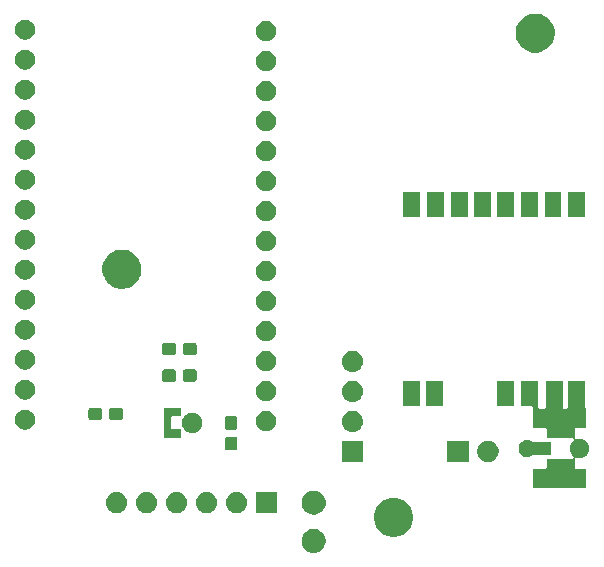
<source format=gbr>
G04 #@! TF.GenerationSoftware,KiCad,Pcbnew,(5.0.2)-1*
G04 #@! TF.CreationDate,2019-05-14T17:11:37+02:00*
G04 #@! TF.ProjectId,Mini-Lora,4d696e69-2d4c-46f7-9261-2e6b69636164,rev?*
G04 #@! TF.SameCoordinates,Original*
G04 #@! TF.FileFunction,Soldermask,Top*
G04 #@! TF.FilePolarity,Negative*
%FSLAX46Y46*%
G04 Gerber Fmt 4.6, Leading zero omitted, Abs format (unit mm)*
G04 Created by KiCad (PCBNEW (5.0.2)-1) date 14/05/2019 17:11:37*
%MOMM*%
%LPD*%
G01*
G04 APERTURE LIST*
%ADD10C,0.100000*%
G04 APERTURE END LIST*
D10*
G36*
X160230926Y-114760029D02*
X160296356Y-114773044D01*
X160481256Y-114849632D01*
X160647665Y-114960823D01*
X160789177Y-115102335D01*
X160789179Y-115102338D01*
X160900368Y-115268744D01*
X160928870Y-115337553D01*
X160976956Y-115453645D01*
X161016000Y-115649931D01*
X161016000Y-115850069D01*
X160976956Y-116046355D01*
X160900368Y-116231256D01*
X160789177Y-116397665D01*
X160647665Y-116539177D01*
X160647662Y-116539179D01*
X160481256Y-116650368D01*
X160296356Y-116726956D01*
X160230926Y-116739971D01*
X160100069Y-116766000D01*
X159899931Y-116766000D01*
X159769074Y-116739971D01*
X159703644Y-116726956D01*
X159518744Y-116650368D01*
X159352338Y-116539179D01*
X159352335Y-116539177D01*
X159210823Y-116397665D01*
X159099632Y-116231256D01*
X159023044Y-116046355D01*
X158984000Y-115850069D01*
X158984000Y-115649931D01*
X159023044Y-115453645D01*
X159071131Y-115337553D01*
X159099632Y-115268744D01*
X159210821Y-115102338D01*
X159210823Y-115102335D01*
X159352335Y-114960823D01*
X159518744Y-114849632D01*
X159703644Y-114773044D01*
X159769074Y-114760029D01*
X159899931Y-114734000D01*
X160100069Y-114734000D01*
X160230926Y-114760029D01*
X160230926Y-114760029D01*
G37*
G36*
X167125256Y-112141298D02*
X167231579Y-112162447D01*
X167532042Y-112286903D01*
X167586623Y-112323373D01*
X167802454Y-112467587D01*
X168032413Y-112697546D01*
X168032415Y-112697549D01*
X168213097Y-112967958D01*
X168337553Y-113268421D01*
X168341682Y-113289179D01*
X168401000Y-113587389D01*
X168401000Y-113912611D01*
X168337553Y-114231578D01*
X168213098Y-114532040D01*
X168032413Y-114802454D01*
X167802454Y-115032413D01*
X167802451Y-115032415D01*
X167532042Y-115213097D01*
X167231579Y-115337553D01*
X167125256Y-115358702D01*
X166912611Y-115401000D01*
X166587389Y-115401000D01*
X166374744Y-115358702D01*
X166268421Y-115337553D01*
X165967958Y-115213097D01*
X165697549Y-115032415D01*
X165697546Y-115032413D01*
X165467587Y-114802454D01*
X165286902Y-114532040D01*
X165162447Y-114231578D01*
X165099000Y-113912611D01*
X165099000Y-113587389D01*
X165158318Y-113289179D01*
X165162447Y-113268421D01*
X165286903Y-112967958D01*
X165467585Y-112697549D01*
X165467587Y-112697546D01*
X165697546Y-112467587D01*
X165913377Y-112323373D01*
X165967958Y-112286903D01*
X166268421Y-112162447D01*
X166374744Y-112141298D01*
X166587389Y-112099000D01*
X166912611Y-112099000D01*
X167125256Y-112141298D01*
X167125256Y-112141298D01*
G37*
G36*
X160230926Y-111510029D02*
X160296356Y-111523044D01*
X160479730Y-111599000D01*
X160481256Y-111599632D01*
X160647665Y-111710823D01*
X160789177Y-111852335D01*
X160789179Y-111852338D01*
X160900368Y-112018744D01*
X160959892Y-112162447D01*
X160976956Y-112203645D01*
X161016000Y-112399931D01*
X161016000Y-112600069D01*
X160996610Y-112697546D01*
X160976956Y-112796356D01*
X160956199Y-112846467D01*
X160900368Y-112981256D01*
X160789177Y-113147665D01*
X160647665Y-113289177D01*
X160647662Y-113289179D01*
X160481256Y-113400368D01*
X160296356Y-113476956D01*
X160230926Y-113489971D01*
X160100069Y-113516000D01*
X159899931Y-113516000D01*
X159769074Y-113489971D01*
X159703644Y-113476956D01*
X159518744Y-113400368D01*
X159352338Y-113289179D01*
X159352335Y-113289177D01*
X159210823Y-113147665D01*
X159099632Y-112981256D01*
X159043801Y-112846467D01*
X159023044Y-112796356D01*
X159003390Y-112697546D01*
X158984000Y-112600069D01*
X158984000Y-112399931D01*
X159023044Y-112203645D01*
X159040109Y-112162447D01*
X159099632Y-112018744D01*
X159210821Y-111852338D01*
X159210823Y-111852335D01*
X159352335Y-111710823D01*
X159518744Y-111599632D01*
X159520270Y-111599000D01*
X159703644Y-111523044D01*
X159769074Y-111510029D01*
X159899931Y-111484000D01*
X160100069Y-111484000D01*
X160230926Y-111510029D01*
X160230926Y-111510029D01*
G37*
G36*
X148490443Y-111605519D02*
X148556627Y-111612037D01*
X148669853Y-111646384D01*
X148726467Y-111663557D01*
X148814890Y-111710821D01*
X148882991Y-111747222D01*
X148918729Y-111776552D01*
X149020186Y-111859814D01*
X149103448Y-111961271D01*
X149132778Y-111997009D01*
X149132779Y-111997011D01*
X149216443Y-112153533D01*
X149216443Y-112153534D01*
X149267963Y-112323373D01*
X149285359Y-112500000D01*
X149267963Y-112676627D01*
X149261617Y-112697546D01*
X149216443Y-112846467D01*
X149151504Y-112967958D01*
X149132778Y-113002991D01*
X149103448Y-113038729D01*
X149020186Y-113140186D01*
X148918729Y-113223448D01*
X148882991Y-113252778D01*
X148882989Y-113252779D01*
X148726467Y-113336443D01*
X148669853Y-113353616D01*
X148556627Y-113387963D01*
X148490442Y-113394482D01*
X148424260Y-113401000D01*
X148335740Y-113401000D01*
X148269558Y-113394482D01*
X148203373Y-113387963D01*
X148090147Y-113353616D01*
X148033533Y-113336443D01*
X147877011Y-113252779D01*
X147877009Y-113252778D01*
X147841271Y-113223448D01*
X147739814Y-113140186D01*
X147656552Y-113038729D01*
X147627222Y-113002991D01*
X147608496Y-112967958D01*
X147543557Y-112846467D01*
X147498383Y-112697546D01*
X147492037Y-112676627D01*
X147474641Y-112500000D01*
X147492037Y-112323373D01*
X147543557Y-112153534D01*
X147543557Y-112153533D01*
X147627221Y-111997011D01*
X147627222Y-111997009D01*
X147656552Y-111961271D01*
X147739814Y-111859814D01*
X147841271Y-111776552D01*
X147877009Y-111747222D01*
X147945110Y-111710821D01*
X148033533Y-111663557D01*
X148090147Y-111646384D01*
X148203373Y-111612037D01*
X148269557Y-111605519D01*
X148335740Y-111599000D01*
X148424260Y-111599000D01*
X148490443Y-111605519D01*
X148490443Y-111605519D01*
G37*
G36*
X156901000Y-113401000D02*
X155099000Y-113401000D01*
X155099000Y-111599000D01*
X156901000Y-111599000D01*
X156901000Y-113401000D01*
X156901000Y-113401000D01*
G37*
G36*
X153570443Y-111605519D02*
X153636627Y-111612037D01*
X153749853Y-111646384D01*
X153806467Y-111663557D01*
X153894890Y-111710821D01*
X153962991Y-111747222D01*
X153998729Y-111776552D01*
X154100186Y-111859814D01*
X154183448Y-111961271D01*
X154212778Y-111997009D01*
X154212779Y-111997011D01*
X154296443Y-112153533D01*
X154296443Y-112153534D01*
X154347963Y-112323373D01*
X154365359Y-112500000D01*
X154347963Y-112676627D01*
X154341617Y-112697546D01*
X154296443Y-112846467D01*
X154231504Y-112967958D01*
X154212778Y-113002991D01*
X154183448Y-113038729D01*
X154100186Y-113140186D01*
X153998729Y-113223448D01*
X153962991Y-113252778D01*
X153962989Y-113252779D01*
X153806467Y-113336443D01*
X153749853Y-113353616D01*
X153636627Y-113387963D01*
X153570442Y-113394482D01*
X153504260Y-113401000D01*
X153415740Y-113401000D01*
X153349558Y-113394482D01*
X153283373Y-113387963D01*
X153170147Y-113353616D01*
X153113533Y-113336443D01*
X152957011Y-113252779D01*
X152957009Y-113252778D01*
X152921271Y-113223448D01*
X152819814Y-113140186D01*
X152736552Y-113038729D01*
X152707222Y-113002991D01*
X152688496Y-112967958D01*
X152623557Y-112846467D01*
X152578383Y-112697546D01*
X152572037Y-112676627D01*
X152554641Y-112500000D01*
X152572037Y-112323373D01*
X152623557Y-112153534D01*
X152623557Y-112153533D01*
X152707221Y-111997011D01*
X152707222Y-111997009D01*
X152736552Y-111961271D01*
X152819814Y-111859814D01*
X152921271Y-111776552D01*
X152957009Y-111747222D01*
X153025110Y-111710821D01*
X153113533Y-111663557D01*
X153170147Y-111646384D01*
X153283373Y-111612037D01*
X153349557Y-111605519D01*
X153415740Y-111599000D01*
X153504260Y-111599000D01*
X153570443Y-111605519D01*
X153570443Y-111605519D01*
G37*
G36*
X151030443Y-111605519D02*
X151096627Y-111612037D01*
X151209853Y-111646384D01*
X151266467Y-111663557D01*
X151354890Y-111710821D01*
X151422991Y-111747222D01*
X151458729Y-111776552D01*
X151560186Y-111859814D01*
X151643448Y-111961271D01*
X151672778Y-111997009D01*
X151672779Y-111997011D01*
X151756443Y-112153533D01*
X151756443Y-112153534D01*
X151807963Y-112323373D01*
X151825359Y-112500000D01*
X151807963Y-112676627D01*
X151801617Y-112697546D01*
X151756443Y-112846467D01*
X151691504Y-112967958D01*
X151672778Y-113002991D01*
X151643448Y-113038729D01*
X151560186Y-113140186D01*
X151458729Y-113223448D01*
X151422991Y-113252778D01*
X151422989Y-113252779D01*
X151266467Y-113336443D01*
X151209853Y-113353616D01*
X151096627Y-113387963D01*
X151030442Y-113394482D01*
X150964260Y-113401000D01*
X150875740Y-113401000D01*
X150809558Y-113394482D01*
X150743373Y-113387963D01*
X150630147Y-113353616D01*
X150573533Y-113336443D01*
X150417011Y-113252779D01*
X150417009Y-113252778D01*
X150381271Y-113223448D01*
X150279814Y-113140186D01*
X150196552Y-113038729D01*
X150167222Y-113002991D01*
X150148496Y-112967958D01*
X150083557Y-112846467D01*
X150038383Y-112697546D01*
X150032037Y-112676627D01*
X150014641Y-112500000D01*
X150032037Y-112323373D01*
X150083557Y-112153534D01*
X150083557Y-112153533D01*
X150167221Y-111997011D01*
X150167222Y-111997009D01*
X150196552Y-111961271D01*
X150279814Y-111859814D01*
X150381271Y-111776552D01*
X150417009Y-111747222D01*
X150485110Y-111710821D01*
X150573533Y-111663557D01*
X150630147Y-111646384D01*
X150743373Y-111612037D01*
X150809557Y-111605519D01*
X150875740Y-111599000D01*
X150964260Y-111599000D01*
X151030443Y-111605519D01*
X151030443Y-111605519D01*
G37*
G36*
X145950443Y-111605519D02*
X146016627Y-111612037D01*
X146129853Y-111646384D01*
X146186467Y-111663557D01*
X146274890Y-111710821D01*
X146342991Y-111747222D01*
X146378729Y-111776552D01*
X146480186Y-111859814D01*
X146563448Y-111961271D01*
X146592778Y-111997009D01*
X146592779Y-111997011D01*
X146676443Y-112153533D01*
X146676443Y-112153534D01*
X146727963Y-112323373D01*
X146745359Y-112500000D01*
X146727963Y-112676627D01*
X146721617Y-112697546D01*
X146676443Y-112846467D01*
X146611504Y-112967958D01*
X146592778Y-113002991D01*
X146563448Y-113038729D01*
X146480186Y-113140186D01*
X146378729Y-113223448D01*
X146342991Y-113252778D01*
X146342989Y-113252779D01*
X146186467Y-113336443D01*
X146129853Y-113353616D01*
X146016627Y-113387963D01*
X145950442Y-113394482D01*
X145884260Y-113401000D01*
X145795740Y-113401000D01*
X145729558Y-113394482D01*
X145663373Y-113387963D01*
X145550147Y-113353616D01*
X145493533Y-113336443D01*
X145337011Y-113252779D01*
X145337009Y-113252778D01*
X145301271Y-113223448D01*
X145199814Y-113140186D01*
X145116552Y-113038729D01*
X145087222Y-113002991D01*
X145068496Y-112967958D01*
X145003557Y-112846467D01*
X144958383Y-112697546D01*
X144952037Y-112676627D01*
X144934641Y-112500000D01*
X144952037Y-112323373D01*
X145003557Y-112153534D01*
X145003557Y-112153533D01*
X145087221Y-111997011D01*
X145087222Y-111997009D01*
X145116552Y-111961271D01*
X145199814Y-111859814D01*
X145301271Y-111776552D01*
X145337009Y-111747222D01*
X145405110Y-111710821D01*
X145493533Y-111663557D01*
X145550147Y-111646384D01*
X145663373Y-111612037D01*
X145729557Y-111605519D01*
X145795740Y-111599000D01*
X145884260Y-111599000D01*
X145950443Y-111605519D01*
X145950443Y-111605519D01*
G37*
G36*
X143410443Y-111605519D02*
X143476627Y-111612037D01*
X143589853Y-111646384D01*
X143646467Y-111663557D01*
X143734890Y-111710821D01*
X143802991Y-111747222D01*
X143838729Y-111776552D01*
X143940186Y-111859814D01*
X144023448Y-111961271D01*
X144052778Y-111997009D01*
X144052779Y-111997011D01*
X144136443Y-112153533D01*
X144136443Y-112153534D01*
X144187963Y-112323373D01*
X144205359Y-112500000D01*
X144187963Y-112676627D01*
X144181617Y-112697546D01*
X144136443Y-112846467D01*
X144071504Y-112967958D01*
X144052778Y-113002991D01*
X144023448Y-113038729D01*
X143940186Y-113140186D01*
X143838729Y-113223448D01*
X143802991Y-113252778D01*
X143802989Y-113252779D01*
X143646467Y-113336443D01*
X143589853Y-113353616D01*
X143476627Y-113387963D01*
X143410442Y-113394482D01*
X143344260Y-113401000D01*
X143255740Y-113401000D01*
X143189558Y-113394482D01*
X143123373Y-113387963D01*
X143010147Y-113353616D01*
X142953533Y-113336443D01*
X142797011Y-113252779D01*
X142797009Y-113252778D01*
X142761271Y-113223448D01*
X142659814Y-113140186D01*
X142576552Y-113038729D01*
X142547222Y-113002991D01*
X142528496Y-112967958D01*
X142463557Y-112846467D01*
X142418383Y-112697546D01*
X142412037Y-112676627D01*
X142394641Y-112500000D01*
X142412037Y-112323373D01*
X142463557Y-112153534D01*
X142463557Y-112153533D01*
X142547221Y-111997011D01*
X142547222Y-111997009D01*
X142576552Y-111961271D01*
X142659814Y-111859814D01*
X142761271Y-111776552D01*
X142797009Y-111747222D01*
X142865110Y-111710821D01*
X142953533Y-111663557D01*
X143010147Y-111646384D01*
X143123373Y-111612037D01*
X143189557Y-111605519D01*
X143255740Y-111599000D01*
X143344260Y-111599000D01*
X143410443Y-111605519D01*
X143410443Y-111605519D01*
G37*
G36*
X178964409Y-104420020D02*
X178966811Y-104444406D01*
X178973924Y-104467855D01*
X178985475Y-104489466D01*
X179001021Y-104508408D01*
X179019963Y-104523954D01*
X179041574Y-104535505D01*
X179065023Y-104542618D01*
X179089409Y-104545020D01*
X179512009Y-104545020D01*
X179536395Y-104542618D01*
X179559844Y-104535505D01*
X179581455Y-104523954D01*
X179600397Y-104508408D01*
X179615943Y-104489466D01*
X179627494Y-104467855D01*
X179634607Y-104444406D01*
X179637009Y-104420020D01*
X179637009Y-102212520D01*
X181059409Y-102212520D01*
X181059409Y-104420020D01*
X181061811Y-104444406D01*
X181068924Y-104467855D01*
X181080475Y-104489466D01*
X181096021Y-104508408D01*
X181114963Y-104523954D01*
X181136574Y-104535505D01*
X181160023Y-104542618D01*
X181184409Y-104545020D01*
X181417009Y-104545020D01*
X181441395Y-104542618D01*
X181464844Y-104535505D01*
X181486455Y-104523954D01*
X181505397Y-104508408D01*
X181520943Y-104489466D01*
X181532494Y-104467855D01*
X181539607Y-104444406D01*
X181542009Y-104420020D01*
X181542009Y-102212520D01*
X182964409Y-102212520D01*
X182964409Y-104420020D01*
X182966811Y-104444406D01*
X182973924Y-104467855D01*
X182985475Y-104489466D01*
X183001021Y-104508408D01*
X183012909Y-104518165D01*
X183012909Y-106221420D01*
X182205909Y-106221420D01*
X182181523Y-106223822D01*
X182158074Y-106230935D01*
X182136463Y-106242486D01*
X182117521Y-106258032D01*
X182101975Y-106276974D01*
X182090424Y-106298585D01*
X182083311Y-106322034D01*
X182080909Y-106346420D01*
X182080909Y-106999249D01*
X182083311Y-107023635D01*
X182090424Y-107047084D01*
X182101975Y-107068695D01*
X182117521Y-107087637D01*
X182136463Y-107103183D01*
X182158074Y-107114734D01*
X182181523Y-107121847D01*
X182205909Y-107124249D01*
X182230295Y-107121847D01*
X182241317Y-107118504D01*
X182247713Y-107117232D01*
X182247715Y-107117231D01*
X182351540Y-107096579D01*
X182409652Y-107085020D01*
X182574766Y-107085020D01*
X182736703Y-107117231D01*
X182889246Y-107180416D01*
X183026534Y-107272149D01*
X183143280Y-107388895D01*
X183235013Y-107526183D01*
X183298198Y-107678726D01*
X183330409Y-107840663D01*
X183330409Y-108005777D01*
X183298198Y-108167714D01*
X183235013Y-108320257D01*
X183143280Y-108457545D01*
X183026534Y-108574291D01*
X182889246Y-108666024D01*
X182736703Y-108729209D01*
X182574766Y-108761420D01*
X182409652Y-108761420D01*
X182362395Y-108752020D01*
X182247715Y-108729209D01*
X182247712Y-108729208D01*
X182241318Y-108727936D01*
X182230296Y-108724593D01*
X182205910Y-108722191D01*
X182181523Y-108724593D01*
X182158074Y-108731706D01*
X182136463Y-108743257D01*
X182117521Y-108758802D01*
X182101976Y-108777744D01*
X182090424Y-108799355D01*
X182083311Y-108822804D01*
X182080909Y-108847191D01*
X182080909Y-109500020D01*
X182083311Y-109524406D01*
X182090424Y-109547855D01*
X182101975Y-109569466D01*
X182117521Y-109588408D01*
X182136463Y-109603954D01*
X182158074Y-109615505D01*
X182181523Y-109622618D01*
X182205909Y-109625020D01*
X183012909Y-109625020D01*
X183012909Y-111301420D01*
X178542509Y-111301420D01*
X178542509Y-109625020D01*
X179603509Y-109625020D01*
X179627895Y-109622618D01*
X179651344Y-109615505D01*
X179672955Y-109603954D01*
X179691897Y-109588408D01*
X179707443Y-109569466D01*
X179718994Y-109547855D01*
X179726107Y-109524406D01*
X179728509Y-109500020D01*
X179728509Y-108832247D01*
X179729425Y-108822945D01*
X179730349Y-108819899D01*
X179731850Y-108817090D01*
X179733869Y-108814630D01*
X179736329Y-108812611D01*
X179739138Y-108811110D01*
X179742184Y-108810186D01*
X179751486Y-108809270D01*
X181897485Y-108809270D01*
X181921871Y-108806868D01*
X181945320Y-108799755D01*
X181966931Y-108788204D01*
X181985873Y-108772658D01*
X182001419Y-108753716D01*
X182012970Y-108732105D01*
X182020083Y-108708656D01*
X182022485Y-108684270D01*
X182020083Y-108659884D01*
X182012970Y-108636435D01*
X182001419Y-108614824D01*
X181985873Y-108595882D01*
X181966931Y-108580336D01*
X181957884Y-108574291D01*
X181841138Y-108457545D01*
X181749405Y-108320257D01*
X181686220Y-108167714D01*
X181654009Y-108005777D01*
X181654009Y-107840663D01*
X181686220Y-107678726D01*
X181749405Y-107526183D01*
X181841138Y-107388895D01*
X181957884Y-107272149D01*
X181966931Y-107266104D01*
X181985873Y-107250559D01*
X182001418Y-107231617D01*
X182012970Y-107210006D01*
X182020083Y-107186557D01*
X182022485Y-107162171D01*
X182020083Y-107137784D01*
X182012970Y-107114335D01*
X182001419Y-107092724D01*
X181985874Y-107073782D01*
X181966932Y-107058237D01*
X181945321Y-107046685D01*
X181921872Y-107039572D01*
X181897485Y-107037170D01*
X179751486Y-107037170D01*
X179742184Y-107036254D01*
X179739138Y-107035330D01*
X179736329Y-107033829D01*
X179733869Y-107031810D01*
X179731850Y-107029350D01*
X179730349Y-107026541D01*
X179729425Y-107023495D01*
X179728509Y-107014193D01*
X179728509Y-106346420D01*
X179726107Y-106322034D01*
X179718994Y-106298585D01*
X179707443Y-106276974D01*
X179691897Y-106258032D01*
X179672955Y-106242486D01*
X179651344Y-106230935D01*
X179627895Y-106223822D01*
X179603509Y-106221420D01*
X178542509Y-106221420D01*
X178542509Y-104487920D01*
X178540107Y-104463534D01*
X178532994Y-104440085D01*
X178521443Y-104418474D01*
X178505897Y-104399532D01*
X178486955Y-104383986D01*
X178465344Y-104372435D01*
X178441895Y-104365322D01*
X178417509Y-104362920D01*
X177542009Y-104362920D01*
X177542009Y-102210520D01*
X178964409Y-102210520D01*
X178964409Y-104420020D01*
X178964409Y-104420020D01*
G37*
G36*
X173106909Y-109078920D02*
X171303509Y-109078920D01*
X171303509Y-107275520D01*
X173106909Y-107275520D01*
X173106909Y-109078920D01*
X173106909Y-109078920D01*
G37*
G36*
X175008225Y-107310171D02*
X175172323Y-107378143D01*
X175320012Y-107476826D01*
X175445603Y-107602417D01*
X175544286Y-107750106D01*
X175612258Y-107914204D01*
X175646909Y-108088409D01*
X175646909Y-108266031D01*
X175612258Y-108440236D01*
X175544286Y-108604334D01*
X175445603Y-108752023D01*
X175320012Y-108877614D01*
X175172323Y-108976297D01*
X175008225Y-109044269D01*
X174834020Y-109078920D01*
X174656398Y-109078920D01*
X174482193Y-109044269D01*
X174318095Y-108976297D01*
X174170406Y-108877614D01*
X174044815Y-108752023D01*
X173946132Y-108604334D01*
X173878160Y-108440236D01*
X173843509Y-108266031D01*
X173843509Y-108088409D01*
X173878160Y-107914204D01*
X173946132Y-107750106D01*
X174044815Y-107602417D01*
X174170406Y-107476826D01*
X174318095Y-107378143D01*
X174482193Y-107310171D01*
X174656398Y-107275520D01*
X174834020Y-107275520D01*
X175008225Y-107310171D01*
X175008225Y-107310171D01*
G37*
G36*
X164178221Y-109069520D02*
X162376221Y-109069520D01*
X162376221Y-107267520D01*
X164178221Y-107267520D01*
X164178221Y-109069520D01*
X164178221Y-109069520D01*
G37*
G36*
X178254659Y-107239351D02*
X178384088Y-107292963D01*
X178421489Y-107317953D01*
X178443100Y-107329505D01*
X178466549Y-107336618D01*
X178490936Y-107339020D01*
X180099682Y-107339020D01*
X180108984Y-107339936D01*
X180112030Y-107340860D01*
X180114839Y-107342361D01*
X180117299Y-107344380D01*
X180119318Y-107346840D01*
X180120819Y-107349649D01*
X180121743Y-107352695D01*
X180122659Y-107361997D01*
X180122659Y-108484443D01*
X180121743Y-108493745D01*
X180120819Y-108496791D01*
X180119318Y-108499600D01*
X180117299Y-108502060D01*
X180114839Y-108504079D01*
X180112030Y-108505580D01*
X180108984Y-108506504D01*
X180099682Y-108507420D01*
X178490936Y-108507420D01*
X178466550Y-108509822D01*
X178443101Y-108516935D01*
X178421489Y-108528487D01*
X178384088Y-108553477D01*
X178254659Y-108607089D01*
X178117257Y-108634420D01*
X177977161Y-108634420D01*
X177839759Y-108607089D01*
X177710331Y-108553478D01*
X177593843Y-108475643D01*
X177494786Y-108376586D01*
X177416951Y-108260098D01*
X177363340Y-108130670D01*
X177336009Y-107993268D01*
X177336009Y-107853172D01*
X177363340Y-107715770D01*
X177416951Y-107586342D01*
X177494786Y-107469854D01*
X177593843Y-107370797D01*
X177710331Y-107292962D01*
X177839759Y-107239351D01*
X177977161Y-107212020D01*
X178117257Y-107212020D01*
X178254659Y-107239351D01*
X178254659Y-107239351D01*
G37*
G36*
X153364499Y-106928445D02*
X153401993Y-106939819D01*
X153436557Y-106958294D01*
X153466847Y-106983153D01*
X153491706Y-107013443D01*
X153510181Y-107048007D01*
X153521555Y-107085501D01*
X153526000Y-107130638D01*
X153526000Y-107869362D01*
X153521555Y-107914499D01*
X153510181Y-107951993D01*
X153491706Y-107986557D01*
X153466847Y-108016847D01*
X153436557Y-108041706D01*
X153401993Y-108060181D01*
X153364499Y-108071555D01*
X153319362Y-108076000D01*
X152680638Y-108076000D01*
X152635501Y-108071555D01*
X152598007Y-108060181D01*
X152563443Y-108041706D01*
X152533153Y-108016847D01*
X152508294Y-107986557D01*
X152489819Y-107951993D01*
X152478445Y-107914499D01*
X152474000Y-107869362D01*
X152474000Y-107130638D01*
X152478445Y-107085501D01*
X152489819Y-107048007D01*
X152508294Y-107013443D01*
X152533153Y-106983153D01*
X152563443Y-106958294D01*
X152598007Y-106939819D01*
X152635501Y-106928445D01*
X152680638Y-106924000D01*
X153319362Y-106924000D01*
X153364499Y-106928445D01*
X153364499Y-106928445D01*
G37*
G36*
X148763300Y-105200800D02*
X148038300Y-105200800D01*
X148013914Y-105203202D01*
X147990465Y-105210315D01*
X147968854Y-105221866D01*
X147949912Y-105237412D01*
X147934366Y-105256354D01*
X147922815Y-105277965D01*
X147915702Y-105301414D01*
X147913300Y-105325800D01*
X147913300Y-106174200D01*
X147915702Y-106198586D01*
X147922815Y-106222035D01*
X147934366Y-106243646D01*
X147949912Y-106262588D01*
X147968854Y-106278134D01*
X147990465Y-106289685D01*
X148013914Y-106296798D01*
X148038300Y-106299200D01*
X148763300Y-106299200D01*
X148763300Y-107000800D01*
X147286700Y-107000800D01*
X147286700Y-104499200D01*
X148763300Y-104499200D01*
X148763300Y-105200800D01*
X148763300Y-105200800D01*
G37*
G36*
X149961815Y-104919876D02*
X150007831Y-104938937D01*
X150118926Y-104984953D01*
X150260325Y-105079433D01*
X150380567Y-105199675D01*
X150475047Y-105341074D01*
X150499123Y-105399200D01*
X150540124Y-105498185D01*
X150573300Y-105664972D01*
X150573300Y-105835028D01*
X150540124Y-106001815D01*
X150521063Y-106047831D01*
X150475047Y-106158926D01*
X150380567Y-106300325D01*
X150260325Y-106420567D01*
X150118926Y-106515047D01*
X150007831Y-106561063D01*
X149961815Y-106580124D01*
X149795029Y-106613300D01*
X149624971Y-106613300D01*
X149458185Y-106580124D01*
X149412169Y-106561063D01*
X149301074Y-106515047D01*
X149159675Y-106420567D01*
X149039433Y-106300325D01*
X148992234Y-106229687D01*
X148976688Y-106210745D01*
X148957746Y-106195199D01*
X148939855Y-106185636D01*
X148940981Y-106174200D01*
X148938579Y-106149814D01*
X148931466Y-106126365D01*
X148879876Y-106001815D01*
X148846700Y-105835029D01*
X148846700Y-105664971D01*
X148879876Y-105498185D01*
X148931466Y-105373635D01*
X148938579Y-105350186D01*
X148940981Y-105325800D01*
X148939855Y-105314364D01*
X148957746Y-105304801D01*
X148976688Y-105289255D01*
X148992234Y-105270313D01*
X149039433Y-105199675D01*
X149159675Y-105079433D01*
X149301074Y-104984953D01*
X149412169Y-104938937D01*
X149458185Y-104919876D01*
X149624971Y-104886700D01*
X149795029Y-104886700D01*
X149961815Y-104919876D01*
X149961815Y-104919876D01*
G37*
G36*
X163370520Y-104732350D02*
X163453848Y-104740557D01*
X163567074Y-104774904D01*
X163623688Y-104792077D01*
X163736445Y-104852348D01*
X163780212Y-104875742D01*
X163793564Y-104886700D01*
X163917407Y-104988334D01*
X163979637Y-105064163D01*
X164029999Y-105125529D01*
X164030000Y-105125531D01*
X164113664Y-105282053D01*
X164123465Y-105314364D01*
X164165184Y-105451893D01*
X164182580Y-105628520D01*
X164165184Y-105805147D01*
X164156119Y-105835029D01*
X164113664Y-105974987D01*
X164039569Y-106113607D01*
X164029999Y-106131511D01*
X164014978Y-106149814D01*
X163917407Y-106268706D01*
X163822711Y-106346420D01*
X163780212Y-106381298D01*
X163780210Y-106381299D01*
X163623688Y-106464963D01*
X163567074Y-106482136D01*
X163453848Y-106516483D01*
X163387664Y-106523001D01*
X163321481Y-106529520D01*
X163232961Y-106529520D01*
X163166778Y-106523001D01*
X163100594Y-106516483D01*
X162987368Y-106482136D01*
X162930754Y-106464963D01*
X162774232Y-106381299D01*
X162774230Y-106381298D01*
X162731731Y-106346420D01*
X162637035Y-106268706D01*
X162539464Y-106149814D01*
X162524443Y-106131511D01*
X162514873Y-106113607D01*
X162440778Y-105974987D01*
X162398323Y-105835029D01*
X162389258Y-105805147D01*
X162371862Y-105628520D01*
X162389258Y-105451893D01*
X162430977Y-105314364D01*
X162440778Y-105282053D01*
X162524442Y-105125531D01*
X162524443Y-105125529D01*
X162574805Y-105064163D01*
X162637035Y-104988334D01*
X162760878Y-104886700D01*
X162774230Y-104875742D01*
X162817997Y-104852348D01*
X162930754Y-104792077D01*
X162987368Y-104774904D01*
X163100594Y-104740557D01*
X163183922Y-104732350D01*
X163232961Y-104727520D01*
X163321481Y-104727520D01*
X163370520Y-104732350D01*
X163370520Y-104732350D01*
G37*
G36*
X156203128Y-104788153D02*
X156358109Y-104852348D01*
X156497589Y-104945546D01*
X156616206Y-105064163D01*
X156709404Y-105203643D01*
X156773599Y-105358624D01*
X156806325Y-105523152D01*
X156806325Y-105690902D01*
X156773599Y-105855430D01*
X156709404Y-106010411D01*
X156616206Y-106149891D01*
X156497589Y-106268508D01*
X156358109Y-106361706D01*
X156203128Y-106425901D01*
X156038600Y-106458627D01*
X155870850Y-106458627D01*
X155706322Y-106425901D01*
X155551341Y-106361706D01*
X155411861Y-106268508D01*
X155293244Y-106149891D01*
X155200046Y-106010411D01*
X155135851Y-105855430D01*
X155103125Y-105690902D01*
X155103125Y-105523152D01*
X155135851Y-105358624D01*
X155200046Y-105203643D01*
X155293244Y-105064163D01*
X155411861Y-104945546D01*
X155551341Y-104852348D01*
X155706322Y-104788153D01*
X155870850Y-104755427D01*
X156038600Y-104755427D01*
X156203128Y-104788153D01*
X156203128Y-104788153D01*
G37*
G36*
X135803128Y-104668153D02*
X135958109Y-104732348D01*
X136097589Y-104825546D01*
X136216206Y-104944163D01*
X136309404Y-105083643D01*
X136373599Y-105238624D01*
X136406325Y-105403152D01*
X136406325Y-105570902D01*
X136373599Y-105735430D01*
X136309404Y-105890411D01*
X136216206Y-106029891D01*
X136097589Y-106148508D01*
X135958109Y-106241706D01*
X135803128Y-106305901D01*
X135638600Y-106338627D01*
X135470850Y-106338627D01*
X135306322Y-106305901D01*
X135151341Y-106241706D01*
X135011861Y-106148508D01*
X134893244Y-106029891D01*
X134800046Y-105890411D01*
X134735851Y-105735430D01*
X134703125Y-105570902D01*
X134703125Y-105403152D01*
X134735851Y-105238624D01*
X134800046Y-105083643D01*
X134893244Y-104944163D01*
X135011861Y-104825546D01*
X135151341Y-104732348D01*
X135306322Y-104668153D01*
X135470850Y-104635427D01*
X135638600Y-104635427D01*
X135803128Y-104668153D01*
X135803128Y-104668153D01*
G37*
G36*
X153364499Y-105178445D02*
X153401993Y-105189819D01*
X153436557Y-105208294D01*
X153466847Y-105233153D01*
X153491706Y-105263443D01*
X153510181Y-105298007D01*
X153521555Y-105335501D01*
X153526000Y-105380638D01*
X153526000Y-106119362D01*
X153521555Y-106164499D01*
X153510181Y-106201993D01*
X153491706Y-106236557D01*
X153466847Y-106266847D01*
X153436557Y-106291706D01*
X153401993Y-106310181D01*
X153364499Y-106321555D01*
X153319362Y-106326000D01*
X152680638Y-106326000D01*
X152635501Y-106321555D01*
X152598007Y-106310181D01*
X152563443Y-106291706D01*
X152533153Y-106266847D01*
X152508294Y-106236557D01*
X152489819Y-106201993D01*
X152478445Y-106164499D01*
X152474000Y-106119362D01*
X152474000Y-105380638D01*
X152478445Y-105335501D01*
X152489819Y-105298007D01*
X152508294Y-105263443D01*
X152533153Y-105233153D01*
X152563443Y-105208294D01*
X152598007Y-105189819D01*
X152635501Y-105178445D01*
X152680638Y-105174000D01*
X153319362Y-105174000D01*
X153364499Y-105178445D01*
X153364499Y-105178445D01*
G37*
G36*
X143664499Y-104478445D02*
X143701993Y-104489819D01*
X143736557Y-104508294D01*
X143766847Y-104533153D01*
X143791706Y-104563443D01*
X143810181Y-104598007D01*
X143821555Y-104635501D01*
X143826000Y-104680638D01*
X143826000Y-105319362D01*
X143821555Y-105364499D01*
X143810181Y-105401993D01*
X143791706Y-105436557D01*
X143766847Y-105466847D01*
X143736557Y-105491706D01*
X143701993Y-105510181D01*
X143664499Y-105521555D01*
X143619362Y-105526000D01*
X142880638Y-105526000D01*
X142835501Y-105521555D01*
X142798007Y-105510181D01*
X142763443Y-105491706D01*
X142733153Y-105466847D01*
X142708294Y-105436557D01*
X142689819Y-105401993D01*
X142678445Y-105364499D01*
X142674000Y-105319362D01*
X142674000Y-104680638D01*
X142678445Y-104635501D01*
X142689819Y-104598007D01*
X142708294Y-104563443D01*
X142733153Y-104533153D01*
X142763443Y-104508294D01*
X142798007Y-104489819D01*
X142835501Y-104478445D01*
X142880638Y-104474000D01*
X143619362Y-104474000D01*
X143664499Y-104478445D01*
X143664499Y-104478445D01*
G37*
G36*
X141914499Y-104478445D02*
X141951993Y-104489819D01*
X141986557Y-104508294D01*
X142016847Y-104533153D01*
X142041706Y-104563443D01*
X142060181Y-104598007D01*
X142071555Y-104635501D01*
X142076000Y-104680638D01*
X142076000Y-105319362D01*
X142071555Y-105364499D01*
X142060181Y-105401993D01*
X142041706Y-105436557D01*
X142016847Y-105466847D01*
X141986557Y-105491706D01*
X141951993Y-105510181D01*
X141914499Y-105521555D01*
X141869362Y-105526000D01*
X141130638Y-105526000D01*
X141085501Y-105521555D01*
X141048007Y-105510181D01*
X141013443Y-105491706D01*
X140983153Y-105466847D01*
X140958294Y-105436557D01*
X140939819Y-105401993D01*
X140928445Y-105364499D01*
X140924000Y-105319362D01*
X140924000Y-104680638D01*
X140928445Y-104635501D01*
X140939819Y-104598007D01*
X140958294Y-104563443D01*
X140983153Y-104533153D01*
X141013443Y-104508294D01*
X141048007Y-104489819D01*
X141085501Y-104478445D01*
X141130638Y-104474000D01*
X141869362Y-104474000D01*
X141914499Y-104478445D01*
X141914499Y-104478445D01*
G37*
G36*
X168964409Y-104362920D02*
X167542009Y-104362920D01*
X167542009Y-102210520D01*
X168964409Y-102210520D01*
X168964409Y-104362920D01*
X168964409Y-104362920D01*
G37*
G36*
X176964409Y-104362920D02*
X175542009Y-104362920D01*
X175542009Y-102210520D01*
X176964409Y-102210520D01*
X176964409Y-104362920D01*
X176964409Y-104362920D01*
G37*
G36*
X170964409Y-104362920D02*
X169542009Y-104362920D01*
X169542009Y-102210520D01*
X170964409Y-102210520D01*
X170964409Y-104362920D01*
X170964409Y-104362920D01*
G37*
G36*
X163370520Y-102192350D02*
X163453848Y-102200557D01*
X163556437Y-102231677D01*
X163623688Y-102252077D01*
X163736445Y-102312348D01*
X163780212Y-102335742D01*
X163815950Y-102365072D01*
X163917407Y-102448334D01*
X163979637Y-102524163D01*
X164029999Y-102585529D01*
X164030000Y-102585531D01*
X164113664Y-102742053D01*
X164113664Y-102742054D01*
X164165184Y-102911893D01*
X164182580Y-103088520D01*
X164165184Y-103265147D01*
X164149931Y-103315428D01*
X164113664Y-103434987D01*
X164039569Y-103573607D01*
X164029999Y-103591511D01*
X164014915Y-103609891D01*
X163917407Y-103728706D01*
X163815950Y-103811968D01*
X163780212Y-103841298D01*
X163780210Y-103841299D01*
X163623688Y-103924963D01*
X163567074Y-103942136D01*
X163453848Y-103976483D01*
X163387663Y-103983002D01*
X163321481Y-103989520D01*
X163232961Y-103989520D01*
X163166779Y-103983002D01*
X163100594Y-103976483D01*
X162987368Y-103942136D01*
X162930754Y-103924963D01*
X162774232Y-103841299D01*
X162774230Y-103841298D01*
X162738492Y-103811968D01*
X162637035Y-103728706D01*
X162539527Y-103609891D01*
X162524443Y-103591511D01*
X162514873Y-103573607D01*
X162440778Y-103434987D01*
X162404511Y-103315428D01*
X162389258Y-103265147D01*
X162371862Y-103088520D01*
X162389258Y-102911893D01*
X162440778Y-102742054D01*
X162440778Y-102742053D01*
X162524442Y-102585531D01*
X162524443Y-102585529D01*
X162574805Y-102524163D01*
X162637035Y-102448334D01*
X162738492Y-102365072D01*
X162774230Y-102335742D01*
X162817997Y-102312348D01*
X162930754Y-102252077D01*
X162998005Y-102231677D01*
X163100594Y-102200557D01*
X163183922Y-102192350D01*
X163232961Y-102187520D01*
X163321481Y-102187520D01*
X163370520Y-102192350D01*
X163370520Y-102192350D01*
G37*
G36*
X156203128Y-102248153D02*
X156358109Y-102312348D01*
X156497589Y-102405546D01*
X156616206Y-102524163D01*
X156709404Y-102663643D01*
X156773599Y-102818624D01*
X156806325Y-102983152D01*
X156806325Y-103150902D01*
X156773599Y-103315430D01*
X156709404Y-103470411D01*
X156616206Y-103609891D01*
X156497589Y-103728508D01*
X156358109Y-103821706D01*
X156203128Y-103885901D01*
X156038600Y-103918627D01*
X155870850Y-103918627D01*
X155706322Y-103885901D01*
X155551341Y-103821706D01*
X155411861Y-103728508D01*
X155293244Y-103609891D01*
X155200046Y-103470411D01*
X155135851Y-103315430D01*
X155103125Y-103150902D01*
X155103125Y-102983152D01*
X155135851Y-102818624D01*
X155200046Y-102663643D01*
X155293244Y-102524163D01*
X155411861Y-102405546D01*
X155551341Y-102312348D01*
X155706322Y-102248153D01*
X155870850Y-102215427D01*
X156038600Y-102215427D01*
X156203128Y-102248153D01*
X156203128Y-102248153D01*
G37*
G36*
X135803128Y-102128153D02*
X135958109Y-102192348D01*
X136097589Y-102285546D01*
X136216206Y-102404163D01*
X136309404Y-102543643D01*
X136373599Y-102698624D01*
X136406325Y-102863152D01*
X136406325Y-103030902D01*
X136373599Y-103195430D01*
X136309404Y-103350411D01*
X136216206Y-103489891D01*
X136097589Y-103608508D01*
X135958109Y-103701706D01*
X135803128Y-103765901D01*
X135638600Y-103798627D01*
X135470850Y-103798627D01*
X135306322Y-103765901D01*
X135151341Y-103701706D01*
X135011861Y-103608508D01*
X134893244Y-103489891D01*
X134800046Y-103350411D01*
X134735851Y-103195430D01*
X134703125Y-103030902D01*
X134703125Y-102863152D01*
X134735851Y-102698624D01*
X134800046Y-102543643D01*
X134893244Y-102404163D01*
X135011861Y-102285546D01*
X135151341Y-102192348D01*
X135306322Y-102128153D01*
X135470850Y-102095427D01*
X135638600Y-102095427D01*
X135803128Y-102128153D01*
X135803128Y-102128153D01*
G37*
G36*
X148164499Y-101228445D02*
X148201993Y-101239819D01*
X148236557Y-101258294D01*
X148266847Y-101283153D01*
X148291706Y-101313443D01*
X148310181Y-101348007D01*
X148321555Y-101385501D01*
X148326000Y-101430638D01*
X148326000Y-102069362D01*
X148321555Y-102114499D01*
X148310181Y-102151993D01*
X148291706Y-102186557D01*
X148266847Y-102216847D01*
X148236557Y-102241706D01*
X148201993Y-102260181D01*
X148164499Y-102271555D01*
X148119362Y-102276000D01*
X147380638Y-102276000D01*
X147335501Y-102271555D01*
X147298007Y-102260181D01*
X147263443Y-102241706D01*
X147233153Y-102216847D01*
X147208294Y-102186557D01*
X147189819Y-102151993D01*
X147178445Y-102114499D01*
X147174000Y-102069362D01*
X147174000Y-101430638D01*
X147178445Y-101385501D01*
X147189819Y-101348007D01*
X147208294Y-101313443D01*
X147233153Y-101283153D01*
X147263443Y-101258294D01*
X147298007Y-101239819D01*
X147335501Y-101228445D01*
X147380638Y-101224000D01*
X148119362Y-101224000D01*
X148164499Y-101228445D01*
X148164499Y-101228445D01*
G37*
G36*
X149914499Y-101228445D02*
X149951993Y-101239819D01*
X149986557Y-101258294D01*
X150016847Y-101283153D01*
X150041706Y-101313443D01*
X150060181Y-101348007D01*
X150071555Y-101385501D01*
X150076000Y-101430638D01*
X150076000Y-102069362D01*
X150071555Y-102114499D01*
X150060181Y-102151993D01*
X150041706Y-102186557D01*
X150016847Y-102216847D01*
X149986557Y-102241706D01*
X149951993Y-102260181D01*
X149914499Y-102271555D01*
X149869362Y-102276000D01*
X149130638Y-102276000D01*
X149085501Y-102271555D01*
X149048007Y-102260181D01*
X149013443Y-102241706D01*
X148983153Y-102216847D01*
X148958294Y-102186557D01*
X148939819Y-102151993D01*
X148928445Y-102114499D01*
X148924000Y-102069362D01*
X148924000Y-101430638D01*
X148928445Y-101385501D01*
X148939819Y-101348007D01*
X148958294Y-101313443D01*
X148983153Y-101283153D01*
X149013443Y-101258294D01*
X149048007Y-101239819D01*
X149085501Y-101228445D01*
X149130638Y-101224000D01*
X149869362Y-101224000D01*
X149914499Y-101228445D01*
X149914499Y-101228445D01*
G37*
G36*
X163370520Y-99652350D02*
X163453848Y-99660557D01*
X163567074Y-99694904D01*
X163623688Y-99712077D01*
X163736445Y-99772348D01*
X163780212Y-99795742D01*
X163802836Y-99814309D01*
X163917407Y-99908334D01*
X163995624Y-100003643D01*
X164029999Y-100045529D01*
X164030000Y-100045531D01*
X164113664Y-100202053D01*
X164113664Y-100202054D01*
X164165184Y-100371893D01*
X164182580Y-100548520D01*
X164165184Y-100725147D01*
X164149931Y-100775428D01*
X164113664Y-100894987D01*
X164039569Y-101033607D01*
X164029999Y-101051511D01*
X164014915Y-101069891D01*
X163917407Y-101188706D01*
X163820392Y-101268323D01*
X163780212Y-101301298D01*
X163780210Y-101301299D01*
X163623688Y-101384963D01*
X163567074Y-101402136D01*
X163453848Y-101436483D01*
X163387664Y-101443001D01*
X163321481Y-101449520D01*
X163232961Y-101449520D01*
X163166778Y-101443001D01*
X163100594Y-101436483D01*
X162987368Y-101402136D01*
X162930754Y-101384963D01*
X162774232Y-101301299D01*
X162774230Y-101301298D01*
X162734050Y-101268323D01*
X162637035Y-101188706D01*
X162539527Y-101069891D01*
X162524443Y-101051511D01*
X162514873Y-101033607D01*
X162440778Y-100894987D01*
X162404511Y-100775428D01*
X162389258Y-100725147D01*
X162371862Y-100548520D01*
X162389258Y-100371893D01*
X162440778Y-100202054D01*
X162440778Y-100202053D01*
X162524442Y-100045531D01*
X162524443Y-100045529D01*
X162558818Y-100003643D01*
X162637035Y-99908334D01*
X162751606Y-99814309D01*
X162774230Y-99795742D01*
X162817997Y-99772348D01*
X162930754Y-99712077D01*
X162987368Y-99694904D01*
X163100594Y-99660557D01*
X163183922Y-99652350D01*
X163232961Y-99647520D01*
X163321481Y-99647520D01*
X163370520Y-99652350D01*
X163370520Y-99652350D01*
G37*
G36*
X156203128Y-99708153D02*
X156358109Y-99772348D01*
X156497589Y-99865546D01*
X156616206Y-99984163D01*
X156709404Y-100123643D01*
X156773599Y-100278624D01*
X156806325Y-100443152D01*
X156806325Y-100610902D01*
X156773599Y-100775430D01*
X156709404Y-100930411D01*
X156616206Y-101069891D01*
X156497589Y-101188508D01*
X156358109Y-101281706D01*
X156203128Y-101345901D01*
X156038600Y-101378627D01*
X155870850Y-101378627D01*
X155706322Y-101345901D01*
X155551341Y-101281706D01*
X155411861Y-101188508D01*
X155293244Y-101069891D01*
X155200046Y-100930411D01*
X155135851Y-100775430D01*
X155103125Y-100610902D01*
X155103125Y-100443152D01*
X155135851Y-100278624D01*
X155200046Y-100123643D01*
X155293244Y-99984163D01*
X155411861Y-99865546D01*
X155551341Y-99772348D01*
X155706322Y-99708153D01*
X155870850Y-99675427D01*
X156038600Y-99675427D01*
X156203128Y-99708153D01*
X156203128Y-99708153D01*
G37*
G36*
X135803128Y-99588153D02*
X135958109Y-99652348D01*
X136097589Y-99745546D01*
X136216206Y-99864163D01*
X136309404Y-100003643D01*
X136373599Y-100158624D01*
X136406325Y-100323152D01*
X136406325Y-100490902D01*
X136373599Y-100655430D01*
X136309404Y-100810411D01*
X136216206Y-100949891D01*
X136097589Y-101068508D01*
X135958109Y-101161706D01*
X135803128Y-101225901D01*
X135638600Y-101258627D01*
X135470850Y-101258627D01*
X135306322Y-101225901D01*
X135151341Y-101161706D01*
X135011861Y-101068508D01*
X134893244Y-100949891D01*
X134800046Y-100810411D01*
X134735851Y-100655430D01*
X134703125Y-100490902D01*
X134703125Y-100323152D01*
X134735851Y-100158624D01*
X134800046Y-100003643D01*
X134893244Y-99864163D01*
X135011861Y-99745546D01*
X135151341Y-99652348D01*
X135306322Y-99588153D01*
X135470850Y-99555427D01*
X135638600Y-99555427D01*
X135803128Y-99588153D01*
X135803128Y-99588153D01*
G37*
G36*
X148164499Y-98978445D02*
X148201993Y-98989819D01*
X148236557Y-99008294D01*
X148266847Y-99033153D01*
X148291706Y-99063443D01*
X148310181Y-99098007D01*
X148321555Y-99135501D01*
X148326000Y-99180638D01*
X148326000Y-99819362D01*
X148321555Y-99864499D01*
X148310181Y-99901993D01*
X148291706Y-99936557D01*
X148266847Y-99966847D01*
X148236557Y-99991706D01*
X148201993Y-100010181D01*
X148164499Y-100021555D01*
X148119362Y-100026000D01*
X147380638Y-100026000D01*
X147335501Y-100021555D01*
X147298007Y-100010181D01*
X147263443Y-99991706D01*
X147233153Y-99966847D01*
X147208294Y-99936557D01*
X147189819Y-99901993D01*
X147178445Y-99864499D01*
X147174000Y-99819362D01*
X147174000Y-99180638D01*
X147178445Y-99135501D01*
X147189819Y-99098007D01*
X147208294Y-99063443D01*
X147233153Y-99033153D01*
X147263443Y-99008294D01*
X147298007Y-98989819D01*
X147335501Y-98978445D01*
X147380638Y-98974000D01*
X148119362Y-98974000D01*
X148164499Y-98978445D01*
X148164499Y-98978445D01*
G37*
G36*
X149914499Y-98978445D02*
X149951993Y-98989819D01*
X149986557Y-99008294D01*
X150016847Y-99033153D01*
X150041706Y-99063443D01*
X150060181Y-99098007D01*
X150071555Y-99135501D01*
X150076000Y-99180638D01*
X150076000Y-99819362D01*
X150071555Y-99864499D01*
X150060181Y-99901993D01*
X150041706Y-99936557D01*
X150016847Y-99966847D01*
X149986557Y-99991706D01*
X149951993Y-100010181D01*
X149914499Y-100021555D01*
X149869362Y-100026000D01*
X149130638Y-100026000D01*
X149085501Y-100021555D01*
X149048007Y-100010181D01*
X149013443Y-99991706D01*
X148983153Y-99966847D01*
X148958294Y-99936557D01*
X148939819Y-99901993D01*
X148928445Y-99864499D01*
X148924000Y-99819362D01*
X148924000Y-99180638D01*
X148928445Y-99135501D01*
X148939819Y-99098007D01*
X148958294Y-99063443D01*
X148983153Y-99033153D01*
X149013443Y-99008294D01*
X149048007Y-98989819D01*
X149085501Y-98978445D01*
X149130638Y-98974000D01*
X149869362Y-98974000D01*
X149914499Y-98978445D01*
X149914499Y-98978445D01*
G37*
G36*
X156203128Y-97168153D02*
X156358109Y-97232348D01*
X156497589Y-97325546D01*
X156616206Y-97444163D01*
X156709404Y-97583643D01*
X156773599Y-97738624D01*
X156806325Y-97903152D01*
X156806325Y-98070902D01*
X156773599Y-98235430D01*
X156709404Y-98390411D01*
X156616206Y-98529891D01*
X156497589Y-98648508D01*
X156358109Y-98741706D01*
X156203128Y-98805901D01*
X156038600Y-98838627D01*
X155870850Y-98838627D01*
X155706322Y-98805901D01*
X155551341Y-98741706D01*
X155411861Y-98648508D01*
X155293244Y-98529891D01*
X155200046Y-98390411D01*
X155135851Y-98235430D01*
X155103125Y-98070902D01*
X155103125Y-97903152D01*
X155135851Y-97738624D01*
X155200046Y-97583643D01*
X155293244Y-97444163D01*
X155411861Y-97325546D01*
X155551341Y-97232348D01*
X155706322Y-97168153D01*
X155870850Y-97135427D01*
X156038600Y-97135427D01*
X156203128Y-97168153D01*
X156203128Y-97168153D01*
G37*
G36*
X135803128Y-97048153D02*
X135958109Y-97112348D01*
X136097589Y-97205546D01*
X136216206Y-97324163D01*
X136309404Y-97463643D01*
X136373599Y-97618624D01*
X136406325Y-97783152D01*
X136406325Y-97950902D01*
X136373599Y-98115430D01*
X136309404Y-98270411D01*
X136216206Y-98409891D01*
X136097589Y-98528508D01*
X135958109Y-98621706D01*
X135803128Y-98685901D01*
X135638600Y-98718627D01*
X135470850Y-98718627D01*
X135306322Y-98685901D01*
X135151341Y-98621706D01*
X135011861Y-98528508D01*
X134893244Y-98409891D01*
X134800046Y-98270411D01*
X134735851Y-98115430D01*
X134703125Y-97950902D01*
X134703125Y-97783152D01*
X134735851Y-97618624D01*
X134800046Y-97463643D01*
X134893244Y-97324163D01*
X135011861Y-97205546D01*
X135151341Y-97112348D01*
X135306322Y-97048153D01*
X135470850Y-97015427D01*
X135638600Y-97015427D01*
X135803128Y-97048153D01*
X135803128Y-97048153D01*
G37*
G36*
X156203128Y-94628153D02*
X156358109Y-94692348D01*
X156497589Y-94785546D01*
X156616206Y-94904163D01*
X156709404Y-95043643D01*
X156773599Y-95198624D01*
X156806325Y-95363152D01*
X156806325Y-95530902D01*
X156773599Y-95695430D01*
X156709404Y-95850411D01*
X156616206Y-95989891D01*
X156497589Y-96108508D01*
X156358109Y-96201706D01*
X156203128Y-96265901D01*
X156038600Y-96298627D01*
X155870850Y-96298627D01*
X155706322Y-96265901D01*
X155551341Y-96201706D01*
X155411861Y-96108508D01*
X155293244Y-95989891D01*
X155200046Y-95850411D01*
X155135851Y-95695430D01*
X155103125Y-95530902D01*
X155103125Y-95363152D01*
X155135851Y-95198624D01*
X155200046Y-95043643D01*
X155293244Y-94904163D01*
X155411861Y-94785546D01*
X155551341Y-94692348D01*
X155706322Y-94628153D01*
X155870850Y-94595427D01*
X156038600Y-94595427D01*
X156203128Y-94628153D01*
X156203128Y-94628153D01*
G37*
G36*
X135803128Y-94508153D02*
X135958109Y-94572348D01*
X136097589Y-94665546D01*
X136216206Y-94784163D01*
X136309404Y-94923643D01*
X136373599Y-95078624D01*
X136406325Y-95243152D01*
X136406325Y-95410902D01*
X136373599Y-95575430D01*
X136309404Y-95730411D01*
X136216206Y-95869891D01*
X136097589Y-95988508D01*
X135958109Y-96081706D01*
X135803128Y-96145901D01*
X135638600Y-96178627D01*
X135470850Y-96178627D01*
X135306322Y-96145901D01*
X135151341Y-96081706D01*
X135011861Y-95988508D01*
X134893244Y-95869891D01*
X134800046Y-95730411D01*
X134735851Y-95575430D01*
X134703125Y-95410902D01*
X134703125Y-95243152D01*
X134735851Y-95078624D01*
X134800046Y-94923643D01*
X134893244Y-94784163D01*
X135011861Y-94665546D01*
X135151341Y-94572348D01*
X135306322Y-94508153D01*
X135470850Y-94475427D01*
X135638600Y-94475427D01*
X135803128Y-94508153D01*
X135803128Y-94508153D01*
G37*
G36*
X144125256Y-91141298D02*
X144231579Y-91162447D01*
X144532042Y-91286903D01*
X144798852Y-91465180D01*
X144802454Y-91467587D01*
X145032413Y-91697546D01*
X145032415Y-91697549D01*
X145213097Y-91967958D01*
X145328078Y-92245546D01*
X145337553Y-92268422D01*
X145401000Y-92587389D01*
X145401000Y-92912611D01*
X145358702Y-93125256D01*
X145337553Y-93231579D01*
X145213097Y-93532042D01*
X145163746Y-93605901D01*
X145032413Y-93802454D01*
X144802454Y-94032413D01*
X144802451Y-94032415D01*
X144532042Y-94213097D01*
X144231579Y-94337553D01*
X144125256Y-94358702D01*
X143912611Y-94401000D01*
X143587389Y-94401000D01*
X143374744Y-94358702D01*
X143268421Y-94337553D01*
X142967958Y-94213097D01*
X142697549Y-94032415D01*
X142697546Y-94032413D01*
X142467587Y-93802454D01*
X142336254Y-93605901D01*
X142286903Y-93532042D01*
X142162447Y-93231579D01*
X142141298Y-93125256D01*
X142099000Y-92912611D01*
X142099000Y-92587389D01*
X142162447Y-92268422D01*
X142171923Y-92245546D01*
X142286903Y-91967958D01*
X142467585Y-91697549D01*
X142467587Y-91697546D01*
X142697546Y-91467587D01*
X142701148Y-91465180D01*
X142967958Y-91286903D01*
X143268421Y-91162447D01*
X143374744Y-91141298D01*
X143587389Y-91099000D01*
X143912611Y-91099000D01*
X144125256Y-91141298D01*
X144125256Y-91141298D01*
G37*
G36*
X156203128Y-92088153D02*
X156358109Y-92152348D01*
X156497589Y-92245546D01*
X156616206Y-92364163D01*
X156709404Y-92503643D01*
X156773599Y-92658624D01*
X156806325Y-92823152D01*
X156806325Y-92990902D01*
X156773599Y-93155430D01*
X156709404Y-93310411D01*
X156616206Y-93449891D01*
X156497589Y-93568508D01*
X156358109Y-93661706D01*
X156203128Y-93725901D01*
X156038600Y-93758627D01*
X155870850Y-93758627D01*
X155706322Y-93725901D01*
X155551341Y-93661706D01*
X155411861Y-93568508D01*
X155293244Y-93449891D01*
X155200046Y-93310411D01*
X155135851Y-93155430D01*
X155103125Y-92990902D01*
X155103125Y-92823152D01*
X155135851Y-92658624D01*
X155200046Y-92503643D01*
X155293244Y-92364163D01*
X155411861Y-92245546D01*
X155551341Y-92152348D01*
X155706322Y-92088153D01*
X155870850Y-92055427D01*
X156038600Y-92055427D01*
X156203128Y-92088153D01*
X156203128Y-92088153D01*
G37*
G36*
X135803128Y-91968153D02*
X135958109Y-92032348D01*
X136097589Y-92125546D01*
X136216206Y-92244163D01*
X136309404Y-92383643D01*
X136373599Y-92538624D01*
X136406325Y-92703152D01*
X136406325Y-92870902D01*
X136373599Y-93035430D01*
X136309404Y-93190411D01*
X136216206Y-93329891D01*
X136097589Y-93448508D01*
X135958109Y-93541706D01*
X135803128Y-93605901D01*
X135638600Y-93638627D01*
X135470850Y-93638627D01*
X135306322Y-93605901D01*
X135151341Y-93541706D01*
X135011861Y-93448508D01*
X134893244Y-93329891D01*
X134800046Y-93190411D01*
X134735851Y-93035430D01*
X134703125Y-92870902D01*
X134703125Y-92703152D01*
X134735851Y-92538624D01*
X134800046Y-92383643D01*
X134893244Y-92244163D01*
X135011861Y-92125546D01*
X135151341Y-92032348D01*
X135306322Y-91968153D01*
X135470850Y-91935427D01*
X135638600Y-91935427D01*
X135803128Y-91968153D01*
X135803128Y-91968153D01*
G37*
G36*
X156203128Y-89548153D02*
X156358109Y-89612348D01*
X156497589Y-89705546D01*
X156616206Y-89824163D01*
X156709404Y-89963643D01*
X156773599Y-90118624D01*
X156806325Y-90283152D01*
X156806325Y-90450902D01*
X156773599Y-90615430D01*
X156709404Y-90770411D01*
X156616206Y-90909891D01*
X156497589Y-91028508D01*
X156358109Y-91121706D01*
X156203128Y-91185901D01*
X156038600Y-91218627D01*
X155870850Y-91218627D01*
X155706322Y-91185901D01*
X155551341Y-91121706D01*
X155411861Y-91028508D01*
X155293244Y-90909891D01*
X155200046Y-90770411D01*
X155135851Y-90615430D01*
X155103125Y-90450902D01*
X155103125Y-90283152D01*
X155135851Y-90118624D01*
X155200046Y-89963643D01*
X155293244Y-89824163D01*
X155411861Y-89705546D01*
X155551341Y-89612348D01*
X155706322Y-89548153D01*
X155870850Y-89515427D01*
X156038600Y-89515427D01*
X156203128Y-89548153D01*
X156203128Y-89548153D01*
G37*
G36*
X135803128Y-89428153D02*
X135958109Y-89492348D01*
X136097589Y-89585546D01*
X136216206Y-89704163D01*
X136309404Y-89843643D01*
X136373599Y-89998624D01*
X136406325Y-90163152D01*
X136406325Y-90330902D01*
X136373599Y-90495430D01*
X136309404Y-90650411D01*
X136216206Y-90789891D01*
X136097589Y-90908508D01*
X135958109Y-91001706D01*
X135803128Y-91065901D01*
X135638600Y-91098627D01*
X135470850Y-91098627D01*
X135306322Y-91065901D01*
X135151341Y-91001706D01*
X135011861Y-90908508D01*
X134893244Y-90789891D01*
X134800046Y-90650411D01*
X134735851Y-90495430D01*
X134703125Y-90330902D01*
X134703125Y-90163152D01*
X134735851Y-89998624D01*
X134800046Y-89843643D01*
X134893244Y-89704163D01*
X135011861Y-89585546D01*
X135151341Y-89492348D01*
X135306322Y-89428153D01*
X135470850Y-89395427D01*
X135638600Y-89395427D01*
X135803128Y-89428153D01*
X135803128Y-89428153D01*
G37*
G36*
X156203128Y-87008153D02*
X156358109Y-87072348D01*
X156497589Y-87165546D01*
X156616206Y-87284163D01*
X156709404Y-87423643D01*
X156773599Y-87578624D01*
X156806325Y-87743152D01*
X156806325Y-87910902D01*
X156773599Y-88075430D01*
X156709404Y-88230411D01*
X156616206Y-88369891D01*
X156497589Y-88488508D01*
X156358109Y-88581706D01*
X156203128Y-88645901D01*
X156038600Y-88678627D01*
X155870850Y-88678627D01*
X155706322Y-88645901D01*
X155551341Y-88581706D01*
X155411861Y-88488508D01*
X155293244Y-88369891D01*
X155200046Y-88230411D01*
X155135851Y-88075430D01*
X155103125Y-87910902D01*
X155103125Y-87743152D01*
X155135851Y-87578624D01*
X155200046Y-87423643D01*
X155293244Y-87284163D01*
X155411861Y-87165546D01*
X155551341Y-87072348D01*
X155706322Y-87008153D01*
X155870850Y-86975427D01*
X156038600Y-86975427D01*
X156203128Y-87008153D01*
X156203128Y-87008153D01*
G37*
G36*
X135803128Y-86888153D02*
X135958109Y-86952348D01*
X136097589Y-87045546D01*
X136216206Y-87164163D01*
X136309404Y-87303643D01*
X136373599Y-87458624D01*
X136406325Y-87623152D01*
X136406325Y-87790902D01*
X136373599Y-87955430D01*
X136309404Y-88110411D01*
X136216206Y-88249891D01*
X136097589Y-88368508D01*
X135958109Y-88461706D01*
X135803128Y-88525901D01*
X135638600Y-88558627D01*
X135470850Y-88558627D01*
X135306322Y-88525901D01*
X135151341Y-88461706D01*
X135011861Y-88368508D01*
X134893244Y-88249891D01*
X134800046Y-88110411D01*
X134735851Y-87955430D01*
X134703125Y-87790902D01*
X134703125Y-87623152D01*
X134735851Y-87458624D01*
X134800046Y-87303643D01*
X134893244Y-87164163D01*
X135011861Y-87045546D01*
X135151341Y-86952348D01*
X135306322Y-86888153D01*
X135470850Y-86855427D01*
X135638600Y-86855427D01*
X135803128Y-86888153D01*
X135803128Y-86888153D01*
G37*
G36*
X173059409Y-88362920D02*
X171637009Y-88362920D01*
X171637009Y-86210520D01*
X173059409Y-86210520D01*
X173059409Y-88362920D01*
X173059409Y-88362920D01*
G37*
G36*
X174964409Y-88362920D02*
X173542009Y-88362920D01*
X173542009Y-86210520D01*
X174964409Y-86210520D01*
X174964409Y-88362920D01*
X174964409Y-88362920D01*
G37*
G36*
X182964409Y-88362920D02*
X181542009Y-88362920D01*
X181542009Y-86210520D01*
X182964409Y-86210520D01*
X182964409Y-88362920D01*
X182964409Y-88362920D01*
G37*
G36*
X178964409Y-88360920D02*
X177542009Y-88360920D01*
X177542009Y-86208520D01*
X178964409Y-86208520D01*
X178964409Y-88360920D01*
X178964409Y-88360920D01*
G37*
G36*
X171027909Y-88360920D02*
X169605509Y-88360920D01*
X169605509Y-86208520D01*
X171027909Y-86208520D01*
X171027909Y-88360920D01*
X171027909Y-88360920D01*
G37*
G36*
X180964409Y-88355420D02*
X179542009Y-88355420D01*
X179542009Y-86203020D01*
X180964409Y-86203020D01*
X180964409Y-88355420D01*
X180964409Y-88355420D01*
G37*
G36*
X176976609Y-88355420D02*
X175554209Y-88355420D01*
X175554209Y-86203020D01*
X176976609Y-86203020D01*
X176976609Y-88355420D01*
X176976609Y-88355420D01*
G37*
G36*
X168964409Y-88355420D02*
X167542009Y-88355420D01*
X167542009Y-86203020D01*
X168964409Y-86203020D01*
X168964409Y-88355420D01*
X168964409Y-88355420D01*
G37*
G36*
X156203128Y-84468153D02*
X156358109Y-84532348D01*
X156497589Y-84625546D01*
X156616206Y-84744163D01*
X156709404Y-84883643D01*
X156773599Y-85038624D01*
X156806325Y-85203152D01*
X156806325Y-85370902D01*
X156773599Y-85535430D01*
X156709404Y-85690411D01*
X156616206Y-85829891D01*
X156497589Y-85948508D01*
X156358109Y-86041706D01*
X156203128Y-86105901D01*
X156038600Y-86138627D01*
X155870850Y-86138627D01*
X155706322Y-86105901D01*
X155551341Y-86041706D01*
X155411861Y-85948508D01*
X155293244Y-85829891D01*
X155200046Y-85690411D01*
X155135851Y-85535430D01*
X155103125Y-85370902D01*
X155103125Y-85203152D01*
X155135851Y-85038624D01*
X155200046Y-84883643D01*
X155293244Y-84744163D01*
X155411861Y-84625546D01*
X155551341Y-84532348D01*
X155706322Y-84468153D01*
X155870850Y-84435427D01*
X156038600Y-84435427D01*
X156203128Y-84468153D01*
X156203128Y-84468153D01*
G37*
G36*
X135803128Y-84348153D02*
X135958109Y-84412348D01*
X136097589Y-84505546D01*
X136216206Y-84624163D01*
X136309404Y-84763643D01*
X136373599Y-84918624D01*
X136406325Y-85083152D01*
X136406325Y-85250902D01*
X136373599Y-85415430D01*
X136309404Y-85570411D01*
X136216206Y-85709891D01*
X136097589Y-85828508D01*
X135958109Y-85921706D01*
X135803128Y-85985901D01*
X135638600Y-86018627D01*
X135470850Y-86018627D01*
X135306322Y-85985901D01*
X135151341Y-85921706D01*
X135011861Y-85828508D01*
X134893244Y-85709891D01*
X134800046Y-85570411D01*
X134735851Y-85415430D01*
X134703125Y-85250902D01*
X134703125Y-85083152D01*
X134735851Y-84918624D01*
X134800046Y-84763643D01*
X134893244Y-84624163D01*
X135011861Y-84505546D01*
X135151341Y-84412348D01*
X135306322Y-84348153D01*
X135470850Y-84315427D01*
X135638600Y-84315427D01*
X135803128Y-84348153D01*
X135803128Y-84348153D01*
G37*
G36*
X156203128Y-81928153D02*
X156358109Y-81992348D01*
X156497589Y-82085546D01*
X156616206Y-82204163D01*
X156709404Y-82343643D01*
X156773599Y-82498624D01*
X156806325Y-82663152D01*
X156806325Y-82830902D01*
X156773599Y-82995430D01*
X156709404Y-83150411D01*
X156616206Y-83289891D01*
X156497589Y-83408508D01*
X156358109Y-83501706D01*
X156203128Y-83565901D01*
X156038600Y-83598627D01*
X155870850Y-83598627D01*
X155706322Y-83565901D01*
X155551341Y-83501706D01*
X155411861Y-83408508D01*
X155293244Y-83289891D01*
X155200046Y-83150411D01*
X155135851Y-82995430D01*
X155103125Y-82830902D01*
X155103125Y-82663152D01*
X155135851Y-82498624D01*
X155200046Y-82343643D01*
X155293244Y-82204163D01*
X155411861Y-82085546D01*
X155551341Y-81992348D01*
X155706322Y-81928153D01*
X155870850Y-81895427D01*
X156038600Y-81895427D01*
X156203128Y-81928153D01*
X156203128Y-81928153D01*
G37*
G36*
X135803128Y-81808153D02*
X135958109Y-81872348D01*
X136097589Y-81965546D01*
X136216206Y-82084163D01*
X136309404Y-82223643D01*
X136373599Y-82378624D01*
X136406325Y-82543152D01*
X136406325Y-82710902D01*
X136373599Y-82875430D01*
X136309404Y-83030411D01*
X136216206Y-83169891D01*
X136097589Y-83288508D01*
X135958109Y-83381706D01*
X135803128Y-83445901D01*
X135638600Y-83478627D01*
X135470850Y-83478627D01*
X135306322Y-83445901D01*
X135151341Y-83381706D01*
X135011861Y-83288508D01*
X134893244Y-83169891D01*
X134800046Y-83030411D01*
X134735851Y-82875430D01*
X134703125Y-82710902D01*
X134703125Y-82543152D01*
X134735851Y-82378624D01*
X134800046Y-82223643D01*
X134893244Y-82084163D01*
X135011861Y-81965546D01*
X135151341Y-81872348D01*
X135306322Y-81808153D01*
X135470850Y-81775427D01*
X135638600Y-81775427D01*
X135803128Y-81808153D01*
X135803128Y-81808153D01*
G37*
G36*
X156203128Y-79388153D02*
X156358109Y-79452348D01*
X156497589Y-79545546D01*
X156616206Y-79664163D01*
X156709404Y-79803643D01*
X156773599Y-79958624D01*
X156806325Y-80123152D01*
X156806325Y-80290902D01*
X156773599Y-80455430D01*
X156709404Y-80610411D01*
X156616206Y-80749891D01*
X156497589Y-80868508D01*
X156358109Y-80961706D01*
X156203128Y-81025901D01*
X156038600Y-81058627D01*
X155870850Y-81058627D01*
X155706322Y-81025901D01*
X155551341Y-80961706D01*
X155411861Y-80868508D01*
X155293244Y-80749891D01*
X155200046Y-80610411D01*
X155135851Y-80455430D01*
X155103125Y-80290902D01*
X155103125Y-80123152D01*
X155135851Y-79958624D01*
X155200046Y-79803643D01*
X155293244Y-79664163D01*
X155411861Y-79545546D01*
X155551341Y-79452348D01*
X155706322Y-79388153D01*
X155870850Y-79355427D01*
X156038600Y-79355427D01*
X156203128Y-79388153D01*
X156203128Y-79388153D01*
G37*
G36*
X135803128Y-79268153D02*
X135958109Y-79332348D01*
X136097589Y-79425546D01*
X136216206Y-79544163D01*
X136309404Y-79683643D01*
X136373599Y-79838624D01*
X136406325Y-80003152D01*
X136406325Y-80170902D01*
X136373599Y-80335430D01*
X136309404Y-80490411D01*
X136216206Y-80629891D01*
X136097589Y-80748508D01*
X135958109Y-80841706D01*
X135803128Y-80905901D01*
X135638600Y-80938627D01*
X135470850Y-80938627D01*
X135306322Y-80905901D01*
X135151341Y-80841706D01*
X135011861Y-80748508D01*
X134893244Y-80629891D01*
X134800046Y-80490411D01*
X134735851Y-80335430D01*
X134703125Y-80170902D01*
X134703125Y-80003152D01*
X134735851Y-79838624D01*
X134800046Y-79683643D01*
X134893244Y-79544163D01*
X135011861Y-79425546D01*
X135151341Y-79332348D01*
X135306322Y-79268153D01*
X135470850Y-79235427D01*
X135638600Y-79235427D01*
X135803128Y-79268153D01*
X135803128Y-79268153D01*
G37*
G36*
X156203128Y-76848153D02*
X156358109Y-76912348D01*
X156497589Y-77005546D01*
X156616206Y-77124163D01*
X156709404Y-77263643D01*
X156773599Y-77418624D01*
X156806325Y-77583152D01*
X156806325Y-77750902D01*
X156773599Y-77915430D01*
X156709404Y-78070411D01*
X156616206Y-78209891D01*
X156497589Y-78328508D01*
X156358109Y-78421706D01*
X156203128Y-78485901D01*
X156038600Y-78518627D01*
X155870850Y-78518627D01*
X155706322Y-78485901D01*
X155551341Y-78421706D01*
X155411861Y-78328508D01*
X155293244Y-78209891D01*
X155200046Y-78070411D01*
X155135851Y-77915430D01*
X155103125Y-77750902D01*
X155103125Y-77583152D01*
X155135851Y-77418624D01*
X155200046Y-77263643D01*
X155293244Y-77124163D01*
X155411861Y-77005546D01*
X155551341Y-76912348D01*
X155706322Y-76848153D01*
X155870850Y-76815427D01*
X156038600Y-76815427D01*
X156203128Y-76848153D01*
X156203128Y-76848153D01*
G37*
G36*
X135803128Y-76728153D02*
X135958109Y-76792348D01*
X136097589Y-76885546D01*
X136216206Y-77004163D01*
X136309404Y-77143643D01*
X136373599Y-77298624D01*
X136406325Y-77463152D01*
X136406325Y-77630902D01*
X136373599Y-77795430D01*
X136309404Y-77950411D01*
X136216206Y-78089891D01*
X136097589Y-78208508D01*
X135958109Y-78301706D01*
X135803128Y-78365901D01*
X135638600Y-78398627D01*
X135470850Y-78398627D01*
X135306322Y-78365901D01*
X135151341Y-78301706D01*
X135011861Y-78208508D01*
X134893244Y-78089891D01*
X134800046Y-77950411D01*
X134735851Y-77795430D01*
X134703125Y-77630902D01*
X134703125Y-77463152D01*
X134735851Y-77298624D01*
X134800046Y-77143643D01*
X134893244Y-77004163D01*
X135011861Y-76885546D01*
X135151341Y-76792348D01*
X135306322Y-76728153D01*
X135470850Y-76695427D01*
X135638600Y-76695427D01*
X135803128Y-76728153D01*
X135803128Y-76728153D01*
G37*
G36*
X156203128Y-74308153D02*
X156358109Y-74372348D01*
X156497589Y-74465546D01*
X156616206Y-74584163D01*
X156709404Y-74723643D01*
X156773599Y-74878624D01*
X156806325Y-75043152D01*
X156806325Y-75210902D01*
X156773599Y-75375430D01*
X156709404Y-75530411D01*
X156616206Y-75669891D01*
X156497589Y-75788508D01*
X156358109Y-75881706D01*
X156203128Y-75945901D01*
X156038600Y-75978627D01*
X155870850Y-75978627D01*
X155706322Y-75945901D01*
X155551341Y-75881706D01*
X155411861Y-75788508D01*
X155293244Y-75669891D01*
X155200046Y-75530411D01*
X155135851Y-75375430D01*
X155103125Y-75210902D01*
X155103125Y-75043152D01*
X155135851Y-74878624D01*
X155200046Y-74723643D01*
X155293244Y-74584163D01*
X155411861Y-74465546D01*
X155551341Y-74372348D01*
X155706322Y-74308153D01*
X155870850Y-74275427D01*
X156038600Y-74275427D01*
X156203128Y-74308153D01*
X156203128Y-74308153D01*
G37*
G36*
X135803128Y-74188153D02*
X135958109Y-74252348D01*
X136097589Y-74345546D01*
X136216206Y-74464163D01*
X136309404Y-74603643D01*
X136373599Y-74758624D01*
X136406325Y-74923152D01*
X136406325Y-75090902D01*
X136373599Y-75255430D01*
X136309404Y-75410411D01*
X136216206Y-75549891D01*
X136097589Y-75668508D01*
X135958109Y-75761706D01*
X135803128Y-75825901D01*
X135638600Y-75858627D01*
X135470850Y-75858627D01*
X135306322Y-75825901D01*
X135151341Y-75761706D01*
X135011861Y-75668508D01*
X134893244Y-75549891D01*
X134800046Y-75410411D01*
X134735851Y-75255430D01*
X134703125Y-75090902D01*
X134703125Y-74923152D01*
X134735851Y-74758624D01*
X134800046Y-74603643D01*
X134893244Y-74464163D01*
X135011861Y-74345546D01*
X135151341Y-74252348D01*
X135306322Y-74188153D01*
X135470850Y-74155427D01*
X135638600Y-74155427D01*
X135803128Y-74188153D01*
X135803128Y-74188153D01*
G37*
G36*
X179125256Y-71141298D02*
X179231579Y-71162447D01*
X179532042Y-71286903D01*
X179798852Y-71465180D01*
X179802454Y-71467587D01*
X180032413Y-71697546D01*
X180032415Y-71697549D01*
X180183833Y-71924161D01*
X180213098Y-71967960D01*
X180337553Y-72268422D01*
X180401000Y-72587389D01*
X180401000Y-72912611D01*
X180381649Y-73009893D01*
X180337553Y-73231579D01*
X180291937Y-73341706D01*
X180213098Y-73532040D01*
X180032413Y-73802454D01*
X179802454Y-74032413D01*
X179802451Y-74032415D01*
X179532042Y-74213097D01*
X179231579Y-74337553D01*
X179191395Y-74345546D01*
X178912611Y-74401000D01*
X178587389Y-74401000D01*
X178308605Y-74345546D01*
X178268421Y-74337553D01*
X177967958Y-74213097D01*
X177697549Y-74032415D01*
X177697546Y-74032413D01*
X177467587Y-73802454D01*
X177286902Y-73532040D01*
X177208063Y-73341706D01*
X177162447Y-73231579D01*
X177118351Y-73009893D01*
X177099000Y-72912611D01*
X177099000Y-72587389D01*
X177162447Y-72268422D01*
X177286902Y-71967960D01*
X177316168Y-71924161D01*
X177467585Y-71697549D01*
X177467587Y-71697546D01*
X177697546Y-71467587D01*
X177701148Y-71465180D01*
X177967958Y-71286903D01*
X178268421Y-71162447D01*
X178374744Y-71141298D01*
X178587389Y-71099000D01*
X178912611Y-71099000D01*
X179125256Y-71141298D01*
X179125256Y-71141298D01*
G37*
G36*
X156203128Y-71768153D02*
X156358109Y-71832348D01*
X156497589Y-71925546D01*
X156616206Y-72044163D01*
X156709404Y-72183643D01*
X156773599Y-72338624D01*
X156806325Y-72503152D01*
X156806325Y-72670902D01*
X156773599Y-72835430D01*
X156709404Y-72990411D01*
X156616206Y-73129891D01*
X156497589Y-73248508D01*
X156358109Y-73341706D01*
X156203128Y-73405901D01*
X156038600Y-73438627D01*
X155870850Y-73438627D01*
X155706322Y-73405901D01*
X155551341Y-73341706D01*
X155411861Y-73248508D01*
X155293244Y-73129891D01*
X155200046Y-72990411D01*
X155135851Y-72835430D01*
X155103125Y-72670902D01*
X155103125Y-72503152D01*
X155135851Y-72338624D01*
X155200046Y-72183643D01*
X155293244Y-72044163D01*
X155411861Y-71925546D01*
X155551341Y-71832348D01*
X155706322Y-71768153D01*
X155870850Y-71735427D01*
X156038600Y-71735427D01*
X156203128Y-71768153D01*
X156203128Y-71768153D01*
G37*
G36*
X135803128Y-71648153D02*
X135958109Y-71712348D01*
X136097589Y-71805546D01*
X136216206Y-71924163D01*
X136309404Y-72063643D01*
X136373599Y-72218624D01*
X136406325Y-72383152D01*
X136406325Y-72550902D01*
X136373599Y-72715430D01*
X136309404Y-72870411D01*
X136216206Y-73009891D01*
X136097589Y-73128508D01*
X135958109Y-73221706D01*
X135803128Y-73285901D01*
X135638600Y-73318627D01*
X135470850Y-73318627D01*
X135306322Y-73285901D01*
X135151341Y-73221706D01*
X135011861Y-73128508D01*
X134893244Y-73009891D01*
X134800046Y-72870411D01*
X134735851Y-72715430D01*
X134703125Y-72550902D01*
X134703125Y-72383152D01*
X134735851Y-72218624D01*
X134800046Y-72063643D01*
X134893244Y-71924163D01*
X135011861Y-71805546D01*
X135151341Y-71712348D01*
X135306322Y-71648153D01*
X135470850Y-71615427D01*
X135638600Y-71615427D01*
X135803128Y-71648153D01*
X135803128Y-71648153D01*
G37*
M02*

</source>
